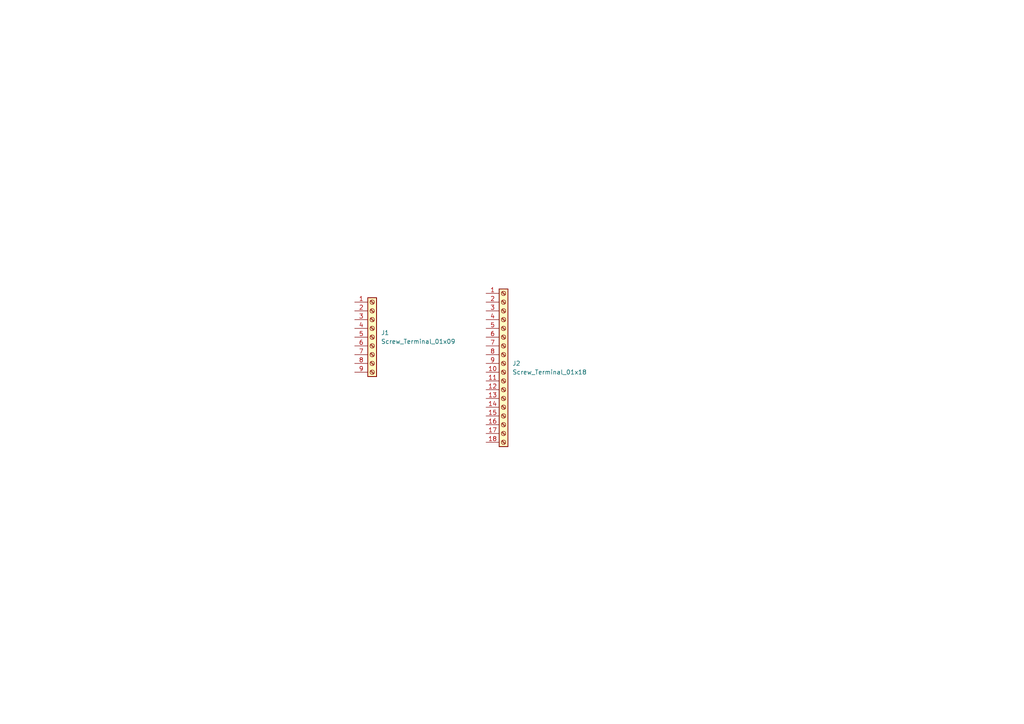
<source format=kicad_sch>
(kicad_sch (version 20250114) (generator "eeschema") (generator_version "9.0")
  (paper "A4")
  (lib_symbols
    (symbol "Connector:Screw_Terminal_01x09" (pin_names (offset 1.016) (hide yes))
      (property "Reference" "J" (at 0 12.7 0))
      (property "Value" "Screw_Terminal_01x09" (at 0 -12.7 0))
      (symbol "Screw_Terminal_01x09_1_1"
        (rectangle (start -1.27 11.43) (end 1.27 -11.43) (stroke (width 0.254)) (fill (type background)))
        (polyline (pts (xy -0.5334 10.4902) (xy 0.3302 9.652)) (stroke (width 0.1524)))
        (polyline (pts (xy -0.5334 7.9502) (xy 0.3302 7.112)) (stroke (width 0.1524)))
        (polyline (pts (xy -0.5334 5.4102) (xy 0.3302 4.572)) (stroke (width 0.1524)))
        (polyline (pts (xy -0.5334 2.8702) (xy 0.3302 2.032)) (stroke (width 0.1524)))
        (polyline (pts (xy -0.5334 0.3302) (xy 0.3302 -0.508)) (stroke (width 0.1524)))
        (polyline (pts (xy -0.5334 -2.2098) (xy 0.3302 -3.048)) (stroke (width 0.1524)))
        (polyline (pts (xy -0.5334 -4.7498) (xy 0.3302 -5.588)) (stroke (width 0.1524)))
        (polyline (pts (xy -0.5334 -7.2898) (xy 0.3302 -8.128)) (stroke (width 0.1524)))
        (polyline (pts (xy -0.5334 -9.8298) (xy 0.3302 -10.668)) (stroke (width 0.1524)))
        (polyline (pts (xy -0.3556 10.668) (xy 0.508 9.8298)) (stroke (width 0.1524)))
        (polyline (pts (xy -0.3556 8.128) (xy 0.508 7.2898)) (stroke (width 0.1524)))
        (polyline (pts (xy -0.3556 5.588) (xy 0.508 4.7498)) (stroke (width 0.1524)))
        (polyline (pts (xy -0.3556 3.048) (xy 0.508 2.2098)) (stroke (width 0.1524)))
        (polyline (pts (xy -0.3556 0.508) (xy 0.508 -0.3302)) (stroke (width 0.1524)))
        (polyline (pts (xy -0.3556 -2.032) (xy 0.508 -2.8702)) (stroke (width 0.1524)))
        (polyline (pts (xy -0.3556 -4.572) (xy 0.508 -5.4102)) (stroke (width 0.1524)))
        (polyline (pts (xy -0.3556 -7.112) (xy 0.508 -7.9502)) (stroke (width 0.1524)))
        (polyline (pts (xy -0.3556 -9.652) (xy 0.508 -10.4902)) (stroke (width 0.1524)))
        (circle (center 0 10.16) (radius 0.635) (stroke (width 0.1524)))
        (circle (center 0 7.62) (radius 0.635) (stroke (width 0.1524)))
        (circle (center 0 5.08) (radius 0.635) (stroke (width 0.1524)))
        (circle (center 0 2.54) (radius 0.635) (stroke (width 0.1524)))
        (circle (center 0 0) (radius 0.635) (stroke (width 0.1524)))
        (circle (center 0 -2.54) (radius 0.635) (stroke (width 0.1524)))
        (circle (center 0 -5.08) (radius 0.635) (stroke (width 0.1524)))
        (circle (center 0 -7.62) (radius 0.635) (stroke (width 0.1524)))
        (circle (center 0 -10.16) (radius 0.635) (stroke (width 0.1524)))
        (pin passive line (at -5.08 10.16 0) (length 3.81) (name "Pin_1") (number "1"))
        (pin passive line (at -5.08 7.62 0) (length 3.81) (name "Pin_2") (number "2"))
        (pin passive line (at -5.08 5.08 0) (length 3.81) (name "Pin_3") (number "3"))
        (pin passive line (at -5.08 2.54 0) (length 3.81) (name "Pin_4") (number "4"))
        (pin passive line (at -5.08 0 0) (length 3.81) (name "Pin_5") (number "5"))
        (pin passive line (at -5.08 -2.54 0) (length 3.81) (name "Pin_6") (number "6"))
        (pin passive line (at -5.08 -5.08 0) (length 3.81) (name "Pin_7") (number "7"))
        (pin passive line (at -5.08 -7.62 0) (length 3.81) (name "Pin_8") (number "8"))
        (pin passive line (at -5.08 -10.16 0) (length 3.81) (name "Pin_9") (number "9"))
      )
    )
    (symbol "Connector:Screw_Terminal_01x18" (pin_names (offset 1.016) (hide yes))
      (property "Reference" "J" (at 0 22.86 0))
      (property "Value" "Screw_Terminal_01x18" (at 0 -25.4 0))
      (symbol "Screw_Terminal_01x18_1_1"
        (rectangle (start -1.27 21.59) (end 1.27 -24.13) (stroke (width 0.254)) (fill (type background)))
        (polyline (pts (xy -0.5334 20.6502) (xy 0.3302 19.812)) (stroke (width 0.1524)))
        (polyline (pts (xy -0.5334 18.1102) (xy 0.3302 17.272)) (stroke (width 0.1524)))
        (polyline (pts (xy -0.5334 15.5702) (xy 0.3302 14.732)) (stroke (width 0.1524)))
        (polyline (pts (xy -0.5334 13.0302) (xy 0.3302 12.192)) (stroke (width 0.1524)))
        (polyline (pts (xy -0.5334 10.4902) (xy 0.3302 9.652)) (stroke (width 0.1524)))
        (polyline (pts (xy -0.5334 7.9502) (xy 0.3302 7.112)) (stroke (width 0.1524)))
        (polyline (pts (xy -0.5334 5.4102) (xy 0.3302 4.572)) (stroke (width 0.1524)))
        (polyline (pts (xy -0.5334 2.8702) (xy 0.3302 2.032)) (stroke (width 0.1524)))
        (polyline (pts (xy -0.5334 0.3302) (xy 0.3302 -0.508)) (stroke (width 0.1524)))
        (polyline (pts (xy -0.5334 -2.2098) (xy 0.3302 -3.048)) (stroke (width 0.1524)))
        (polyline (pts (xy -0.5334 -4.7498) (xy 0.3302 -5.588)) (stroke (width 0.1524)))
        (polyline (pts (xy -0.5334 -7.2898) (xy 0.3302 -8.128)) (stroke (width 0.1524)))
        (polyline (pts (xy -0.5334 -9.8298) (xy 0.3302 -10.668)) (stroke (width 0.1524)))
        (polyline (pts (xy -0.5334 -12.3698) (xy 0.3302 -13.208)) (stroke (width 0.1524)))
        (polyline (pts (xy -0.5334 -14.9098) (xy 0.3302 -15.748)) (stroke (width 0.1524)))
        (polyline (pts (xy -0.5334 -17.4498) (xy 0.3302 -18.288)) (stroke (width 0.1524)))
        (polyline (pts (xy -0.5334 -19.9898) (xy 0.3302 -20.828)) (stroke (width 0.1524)))
        (polyline (pts (xy -0.5334 -22.5298) (xy 0.3302 -23.368)) (stroke (width 0.1524)))
        (polyline (pts (xy -0.3556 20.828) (xy 0.508 19.9898)) (stroke (width 0.1524)))
        (polyline (pts (xy -0.3556 18.288) (xy 0.508 17.4498)) (stroke (width 0.1524)))
        (polyline (pts (xy -0.3556 15.748) (xy 0.508 14.9098)) (stroke (width 0.1524)))
        (polyline (pts (xy -0.3556 13.208) (xy 0.508 12.3698)) (stroke (width 0.1524)))
        (polyline (pts (xy -0.3556 10.668) (xy 0.508 9.8298)) (stroke (width 0.1524)))
        (polyline (pts (xy -0.3556 8.128) (xy 0.508 7.2898)) (stroke (width 0.1524)))
        (polyline (pts (xy -0.3556 5.588) (xy 0.508 4.7498)) (stroke (width 0.1524)))
        (polyline (pts (xy -0.3556 3.048) (xy 0.508 2.2098)) (stroke (width 0.1524)))
        (polyline (pts (xy -0.3556 0.508) (xy 0.508 -0.3302)) (stroke (width 0.1524)))
        (polyline (pts (xy -0.3556 -2.032) (xy 0.508 -2.8702)) (stroke (width 0.1524)))
        (polyline (pts (xy -0.3556 -4.572) (xy 0.508 -5.4102)) (stroke (width 0.1524)))
        (polyline (pts (xy -0.3556 -7.112) (xy 0.508 -7.9502)) (stroke (width 0.1524)))
        (polyline (pts (xy -0.3556 -9.652) (xy 0.508 -10.4902)) (stroke (width 0.1524)))
        (polyline (pts (xy -0.3556 -12.192) (xy 0.508 -13.0302)) (stroke (width 0.1524)))
        (polyline (pts (xy -0.3556 -14.732) (xy 0.508 -15.5702)) (stroke (width 0.1524)))
        (polyline (pts (xy -0.3556 -17.272) (xy 0.508 -18.1102)) (stroke (width 0.1524)))
        (polyline (pts (xy -0.3556 -19.812) (xy 0.508 -20.6502)) (stroke (width 0.1524)))
        (polyline (pts (xy -0.3556 -22.352) (xy 0.508 -23.1902)) (stroke (width 0.1524)))
        (circle (center 0 20.32) (radius 0.635) (stroke (width 0.1524)))
        (circle (center 0 17.78) (radius 0.635) (stroke (width 0.1524)))
        (circle (center 0 15.24) (radius 0.635) (stroke (width 0.1524)))
        (circle (center 0 12.7) (radius 0.635) (stroke (width 0.1524)))
        (circle (center 0 10.16) (radius 0.635) (stroke (width 0.1524)))
        (circle (center 0 7.62) (radius 0.635) (stroke (width 0.1524)))
        (circle (center 0 5.08) (radius 0.635) (stroke (width 0.1524)))
        (circle (center 0 2.54) (radius 0.635) (stroke (width 0.1524)))
        (circle (center 0 0) (radius 0.635) (stroke (width 0.1524)))
        (circle (center 0 -2.54) (radius 0.635) (stroke (width 0.1524)))
        (circle (center 0 -5.08) (radius 0.635) (stroke (width 0.1524)))
        (circle (center 0 -7.62) (radius 0.635) (stroke (width 0.1524)))
        (circle (center 0 -10.16) (radius 0.635) (stroke (width 0.1524)))
        (circle (center 0 -12.7) (radius 0.635) (stroke (width 0.1524)))
        (circle (center 0 -15.24) (radius 0.635) (stroke (width 0.1524)))
        (circle (center 0 -17.78) (radius 0.635) (stroke (width 0.1524)))
        (circle (center 0 -20.32) (radius 0.635) (stroke (width 0.1524)))
        (circle (center 0 -22.86) (radius 0.635) (stroke (width 0.1524)))
        (pin passive line (at -5.08 20.32 0) (length 3.81) (name "Pin_1") (number "1"))
        (pin passive line (at -5.08 17.78 0) (length 3.81) (name "Pin_2") (number "2"))
        (pin passive line (at -5.08 15.24 0) (length 3.81) (name "Pin_3") (number "3"))
        (pin passive line (at -5.08 12.7 0) (length 3.81) (name "Pin_4") (number "4"))
        (pin passive line (at -5.08 10.16 0) (length 3.81) (name "Pin_5") (number "5"))
        (pin passive line (at -5.08 7.62 0) (length 3.81) (name "Pin_6") (number "6"))
        (pin passive line (at -5.08 5.08 0) (length 3.81) (name "Pin_7") (number "7"))
        (pin passive line (at -5.08 2.54 0) (length 3.81) (name "Pin_8") (number "8"))
        (pin passive line (at -5.08 0 0) (length 3.81) (name "Pin_9") (number "9"))
        (pin passive line (at -5.08 -2.54 0) (length 3.81) (name "Pin_10") (number "10"))
        (pin passive line (at -5.08 -5.08 0) (length 3.81) (name "Pin_11") (number "11"))
        (pin passive line (at -5.08 -7.62 0) (length 3.81) (name "Pin_12") (number "12"))
        (pin passive line (at -5.08 -10.16 0) (length 3.81) (name "Pin_13") (number "13"))
        (pin passive line (at -5.08 -12.7 0) (length 3.81) (name "Pin_14") (number "14"))
        (pin passive line (at -5.08 -15.24 0) (length 3.81) (name "Pin_15") (number "15"))
        (pin passive line (at -5.08 -17.78 0) (length 3.81) (name "Pin_16") (number "16"))
        (pin passive line (at -5.08 -20.32 0) (length 3.81) (name "Pin_17") (number "17"))
        (pin passive line (at -5.08 -22.86 0) (length 3.81) (name "Pin_18") (number "18"))
      )
    )
  )
  (symbol (lib_id "Connector:Screw_Terminal_01x18") (at 146.05 105.41 0) (unit 1)
    (property "Reference" "J2" (at 148.59 105.4099 0) (effects (justify left)))
    (property "Value" "Screw_Terminal_01x18" (at 148.59 107.9499 0) (effects (justify left)))
    (property "Footprint" "TerminalBlock:TerminalBlock_MaiXu_MX126-5.0-18P_1x18_P5.00mm" (effects (hide yes)))
    (property "Description" "Generic screw terminal, single row, 01x18, script generated (kicad-library-utils/schlib/autogen/connector/)" (effects (hide yes)))
  )
  (symbol (lib_id "Connector:Screw_Terminal_01x09") (at 107.95 97.79 0) (unit 1)
    (property "Reference" "J1" (at 110.49 96.5199 0) (effects (justify left)))
    (property "Value" "Screw_Terminal_01x09" (at 110.49 99.0599 0) (effects (justify left)))
    (property "Footprint" "TerminalBlock:TerminalBlock_MaiXu_MX126-5.0-09P_1x09_P5.00mm" (effects (hide yes)))
    (property "Description" "Generic screw terminal, single row, 01x09, script generated (kicad-library-utils/schlib/autogen/connector/)" (effects (hide yes)))
  )
)
</source>
